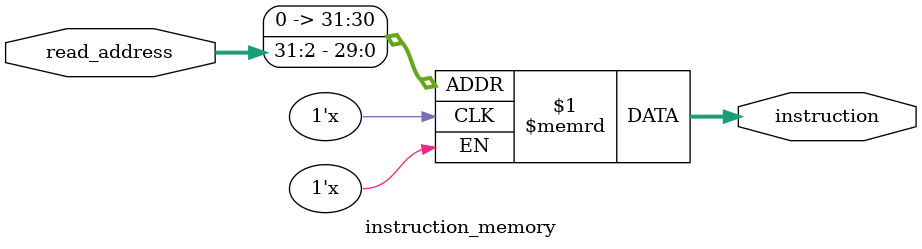
<source format=sv>
/**
* @file instruction_memory.sv
* Implements the instruction memory used by the processor.
*/

module instruction_memory (
    input  logic [31:0] read_address,
    output logic [31:0] instruction
);

    logic [31:0] InstructionRam[255:0];

    // Instructions are aligned on pc multiples of 4, so drop the lowest
    // 2 bits to get the index
    assign instruction = InstructionRam[{2'b00, read_address[31:2]}];

endmodule

</source>
